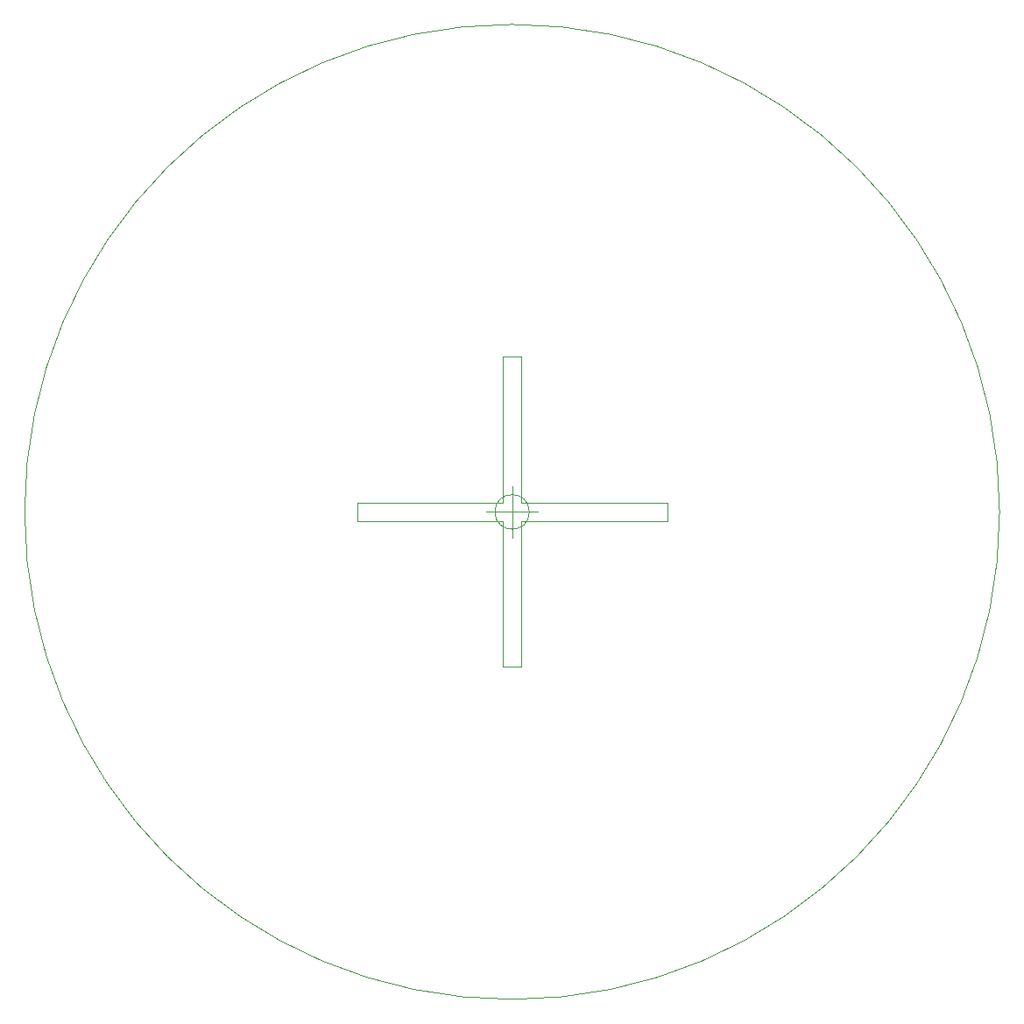
<source format=gm1>
G04 #@! TF.GenerationSoftware,KiCad,Pcbnew,(5.1.5)-3*
G04 #@! TF.CreationDate,2020-10-16T01:56:22+02:00*
G04 #@! TF.ProjectId,Christmas C,43687269-7374-46d6-9173-20432e6b6963,rev?*
G04 #@! TF.SameCoordinates,Original*
G04 #@! TF.FileFunction,Profile,NP*
%FSLAX46Y46*%
G04 Gerber Fmt 4.6, Leading zero omitted, Abs format (unit mm)*
G04 Created by KiCad (PCBNEW (5.1.5)-3) date 2020-10-16 01:56:22*
%MOMM*%
%LPD*%
G04 APERTURE LIST*
%ADD10C,0.050000*%
G04 APERTURE END LIST*
D10*
X151892000Y-150685500D02*
G75*
G03X151892000Y-150685500I-47117000J0D01*
G01*
X106441666Y-150685500D02*
G75*
G03X106441666Y-150685500I-1666666J0D01*
G01*
X102275000Y-150685500D02*
X107275000Y-150685500D01*
X104775000Y-148185500D02*
X104775000Y-153185500D01*
X105664000Y-165671500D02*
X103886000Y-165671500D01*
X105664000Y-151574500D02*
X105664000Y-165671500D01*
X103886000Y-151574500D02*
X103886000Y-165671500D01*
X103886000Y-149796500D02*
X89789000Y-149796500D01*
X103886000Y-135699500D02*
X105664000Y-135699500D01*
X103886000Y-149796500D02*
X103886000Y-135699500D01*
X105664000Y-149796500D02*
X105664000Y-135699500D01*
X105664000Y-149796500D02*
X119761000Y-149796500D01*
X105664000Y-151574500D02*
X119761000Y-151574500D01*
X119761000Y-151574500D02*
X119761000Y-149796500D01*
X89789000Y-151574500D02*
X103886000Y-151574500D01*
X89789000Y-149796500D02*
X89789000Y-151574500D01*
M02*

</source>
